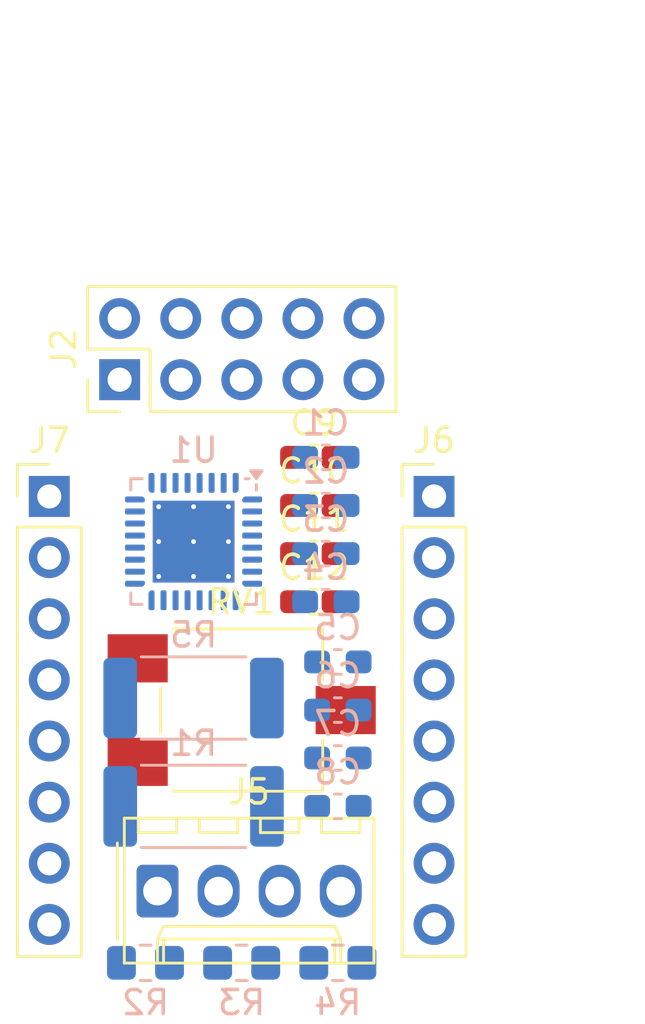
<source format=kicad_pcb>
(kicad_pcb (version 20240108) (generator "pcbnew") (generator_version "8.0")
  (title_block (title "CRUMBS - TMC2208 Breakout Board ") (date "2024-06-30") (rev "0.1") (company "AHAH_TERROR"))
  (layers (0 "F.Cu" signal) (31 "B.Cu" signal) (34 "B.Paste" user) (35 "F.Paste" user) (36 "B.SilkS" user "B.Silkscreen") (37 "F.SilkS" user "F.Silkscreen") (38 "B.Mask" user) (39 "F.Mask" user) (44 "Edge.Cuts" user))
  (net 0 "")
  (net 1 "GND")
  (net 2 "VBUS")
  (net 3 "Net-(U1-VCP)")
  (net 4 "+5V")
  (net 5 "Net-(U1-CPO)")
  (net 6 "Net-(U1-CPI)")
  (net 7 "/OA1")
  (net 8 "/OA2")
  (net 9 "/OB1")
  (net 10 "/OB2")
  (net 11 "/BRA")
  (net 12 "/BRB")
  (net 13 "/CLK")
  (net 14 "/VREF")
  (net 15 "/ENN")
  (net 16 "/UART")
  (net 17 "/MS1")
  (net 18 "/DIAG")
  (net 19 "/DIR")
  (net 20 "/STEP")
  (net 21 "/MS2")
  (net 22 "/INDEX")
  (footprint "Capacitor_SMD:C_0603_1608Metric_Pad1.08x0.95mm_HandSolder" (layer "F.Cu") (at 106.1375 60)
    (property "Reference" "C11" (at 0 -1.43 0) (layer "F.SilkS"))
    (property "Value" "100nF/25V")
    (fp_line (start -0.146267 -0.51) (end 0.146267 -0.51) (stroke (width 0.12)) (layer "F.SilkS"))
    (fp_line (start -0.146267 0.51) (end 0.146267 0.51) (stroke (width 0.12)) (layer "F.SilkS"))
    (pad "1" smd roundrect (at -0.8625 0) (size 1.075 0.95) (layers "F.Cu" "F.Paste" "F.Mask") (net 11 "/BRA"))
    (pad "2" smd roundrect (at 0.8625 0) (size 1.075 0.95) (layers "F.Cu" "F.Paste" "F.Mask") (net 1 "GND"))
  )
  (footprint "Connector_PinHeader_2.54mm:PinHeader_1x08_P2.54mm_Vertical" (layer "F.Cu") (at 111.1375 57.625)
    (property "Reference" "J6" (at 0 -2.33 0) (layer "F.SilkS"))
    (property "Value" "RIGHT")
    (fp_line (start -1.33 -1.33) (end 0 -1.33) (stroke (width 0.12)) (layer "F.SilkS"))
    (fp_line (start -1.33 0) (end -1.33 -1.33) (stroke (width 0.12)) (layer "F.SilkS"))
    (fp_line (start -1.33 1.27) (end -1.33 19.11) (stroke (width 0.12)) (layer "F.SilkS"))
    (fp_line (start -1.33 1.27) (end 1.33 1.27) (stroke (width 0.12)) (layer "F.SilkS"))
    (fp_line (start -1.33 19.11) (end 1.33 19.11) (stroke (width 0.12)) (layer "F.SilkS"))
    (fp_line (start 1.33 1.27) (end 1.33 19.11) (stroke (width 0.12)) (layer "F.SilkS"))
    (pad "1" thru_hole rect (at 0 0) (size 1.7 1.7) (drill 1) (layers "*.Cu" "*.Mask") (net 19 "/DIR"))
    (pad "2" thru_hole oval (at 0 2.54) (size 1.7 1.7) (drill 1) (layers "*.Cu" "*.Mask") (net 20 "/STEP"))
    (pad "3" thru_hole oval (at 0 5.08) (size 1.7 1.7) (drill 1) (layers "*.Cu" "*.Mask") (net 13 "/CLK"))
    (pad "4" thru_hole oval (at 0 7.62) (size 1.7 1.7) (drill 1) (layers "*.Cu" "*.Mask") (net 16 "/UART"))
    (pad "5" thru_hole oval (at 0 10.16) (size 1.7 1.7) (drill 1) (layers "*.Cu" "*.Mask") (net 17 "/MS1"))
    (pad "6" thru_hole oval (at 0 12.7) (size 1.7 1.7) (drill 1) (layers "*.Cu" "*.Mask") (net 21 "/MS2"))
    (pad "7" thru_hole oval (at 0 15.24) (size 1.7 1.7) (drill 1) (layers "*.Cu" "*.Mask") (net 18 "/DIAG"))
    (pad "8" thru_hole oval (at 0 17.78) (size 1.7 1.7) (drill 1) (layers "*.Cu" "*.Mask") (net 15 "/ENN"))
  )
  (footprint "Capacitor_SMD:C_0603_1608Metric_Pad1.08x0.95mm_HandSolder" (layer "F.Cu") (at 106.1375 56)
    (property "Reference" "C9" (at 0 -1.43 0) (layer "F.SilkS"))
    (property "Value" "470p/100V")
    (fp_line (start -0.146267 -0.51) (end 0.146267 -0.51) (stroke (width 0.12)) (layer "F.SilkS"))
    (fp_line (start -0.146267 0.51) (end 0.146267 0.51) (stroke (width 0.12)) (layer "F.SilkS"))
    (pad "1" smd roundrect (at -0.8625 0) (size 1.075 0.95) (layers "F.Cu" "F.Paste" "F.Mask") (net 9 "/OB1"))
    (pad "2" smd roundrect (at 0.8625 0) (size 1.075 0.95) (layers "F.Cu" "F.Paste" "F.Mask") (net 1 "GND"))
  )
  (footprint "Connector_Molex:Molex_KK-254_AE-6410-04A_1x04_P2.54mm_Vertical" (layer "F.Cu") (at 99.6375 74.02)
    (property "Reference" "J5" (at 3.81 -4.12 0) (layer "F.SilkS"))
    (property "Value" "MTR_OUT")
    (fp_line (start -1.67 -2) (end -1.67 2) (stroke (width 0.12)) (layer "F.SilkS"))
    (fp_line (start -1.38 -3.03) (end -1.38 2.99) (stroke (width 0.12)) (layer "F.SilkS"))
    (fp_line (start -1.38 2.99) (end 9 2.99) (stroke (width 0.12)) (layer "F.SilkS"))
    (fp_line (start -0.8 -3.03) (end -0.8 -2.43) (stroke (width 0.12)) (layer "F.SilkS"))
    (fp_line (start -0.8 -2.43) (end 0.8 -2.43) (stroke (width 0.12)) (layer "F.SilkS"))
    (fp_line (start 0 1.99) (end 0.25 1.46) (stroke (width 0.12)) (layer "F.SilkS"))
    (fp_line (start 0 1.99) (end 7.62 1.99) (stroke (width 0.12)) (layer "F.SilkS"))
    (fp_line (start 0 2.99) (end 0 1.99) (stroke (width 0.12)) (layer "F.SilkS"))
    (fp_line (start 0.25 1.46) (end 7.37 1.46) (stroke (width 0.12)) (layer "F.SilkS"))
    (fp_line (start 0.25 2.99) (end 0.25 1.99) (stroke (width 0.12)) (layer "F.SilkS"))
    (fp_line (start 0.8 -2.43) (end 0.8 -3.03) (stroke (width 0.12)) (layer "F.SilkS"))
    (fp_line (start 1.74 -3.03) (end 1.74 -2.43) (stroke (width 0.12)) (layer "F.SilkS"))
    (fp_line (start 1.74 -2.43) (end 3.34 -2.43) (stroke (width 0.12)) (layer "F.SilkS"))
    (fp_line (start 3.34 -2.43) (end 3.34 -3.03) (stroke (width 0.12)) (layer "F.SilkS"))
    (fp_line (start 4.28 -3.03) (end 4.28 -2.43) (stroke (width 0.12)) (layer "F.SilkS"))
    (fp_line (start 4.28 -2.43) (end 5.88 -2.43) (stroke (width 0.12)) (layer "F.SilkS"))
    (fp_line (start 5.88 -2.43) (end 5.88 -3.03) (stroke (width 0.12)) (layer "F.SilkS"))
    (fp_line (start 6.82 -3.03) (end 6.82 -2.43) (stroke (width 0.12)) (layer "F.SilkS"))
    (fp_line (start 6.82 -2.43) (end 8.42 -2.43) (stroke (width 0.12)) (layer "F.SilkS"))
    (fp_line (start 7.37 1.46) (end 7.62 1.99) (stroke (width 0.12)) (layer "F.SilkS"))
    (fp_line (start 7.37 2.99) (end 7.37 1.99) (stroke (width 0.12)) (layer "F.SilkS"))
    (fp_line (start 7.62 1.99) (end 7.62 2.99) (stroke (width 0.12)) (layer "F.SilkS"))
    (fp_line (start 8.42 -2.43) (end 8.42 -3.03) (stroke (width 0.12)) (layer "F.SilkS"))
    (fp_line (start 9 -3.03) (end -1.38 -3.03) (stroke (width 0.12)) (layer "F.SilkS"))
    (fp_line (start 9 2.99) (end 9 -3.03) (stroke (width 0.12)) (layer "F.SilkS"))
    (pad "1" thru_hole roundrect (at 0 0) (size 1.74 2.19) (drill 1.19) (layers "*.Cu" "*.Mask") (roundrect_rratio 0.143678) (net 10 "/OB2"))
    (pad "2" thru_hole oval (at 2.54 0) (size 1.74 2.19) (drill 1.19) (layers "*.Cu" "*.Mask") (net 9 "/OB1"))
    (pad "3" thru_hole oval (at 5.08 0) (size 1.74 2.19) (drill 1.19) (layers "*.Cu" "*.Mask") (net 8 "/OA2"))
    (pad "4" thru_hole oval (at 7.62 0) (size 1.74 2.19) (drill 1.19) (layers "*.Cu" "*.Mask") (net 7 "/OA1"))
  )
  (footprint "Connector_PinHeader_2.54mm:PinHeader_2x05_P2.54mm_Vertical" (layer "F.Cu") (at 98.0625 52.775 90)
    (property "Reference" "J2" (at 1.27 -2.33 270) (layer "F.SilkS"))
    (property "Value" "ENN/CLK/VREF/BRA/BRB")
    (fp_line (start 3.87 -1.33) (end 3.87 11.49) (stroke (width 0.12)) (layer "F.SilkS"))
    (fp_line (start 1.27 -1.33) (end 3.87 -1.33) (stroke (width 0.12)) (layer "F.SilkS"))
    (fp_line (start -1.33 -1.33) (end 0 -1.33) (stroke (width 0.12)) (layer "F.SilkS"))
    (fp_line (start -1.33 0) (end -1.33 -1.33) (stroke (width 0.12)) (layer "F.SilkS"))
    (fp_line (start 1.27 1.27) (end 1.27 -1.33) (stroke (width 0.12)) (layer "F.SilkS"))
    (fp_line (start -1.33 1.27) (end 1.27 1.27) (stroke (width 0.12)) (layer "F.SilkS"))
    (fp_line (start -1.33 1.27) (end -1.33 11.49) (stroke (width 0.12)) (layer "F.SilkS"))
    (fp_line (start -1.33 11.49) (end 3.87 11.49) (stroke (width 0.12)) (layer "F.SilkS"))
    (pad "1" thru_hole rect (at 0 0 90) (size 1.7 1.7) (drill 1) (layers "*.Cu" "*.Mask") (net 4 "+5V"))
    (pad "2" thru_hole oval (at 2.54 0 90) (size 1.7 1.7) (drill 1) (layers "*.Cu" "*.Mask") (net 15 "/ENN"))
    (pad "3" thru_hole oval (at 0 2.54 90) (size 1.7 1.7) (drill 1) (layers "*.Cu" "*.Mask") (net 1 "GND"))
    (pad "4" thru_hole oval (at 2.54 2.54 90) (size 1.7 1.7) (drill 1) (layers "*.Cu" "*.Mask") (net 13 "/CLK"))
    (pad "5" thru_hole oval (at 0 5.08 90) (size 1.7 1.7) (drill 1) (layers "*.Cu" "*.Mask") (net 1 "GND"))
    (pad "6" thru_hole oval (at 2.54 5.08 90) (size 1.7 1.7) (drill 1) (layers "*.Cu" "*.Mask") (net 14 "/VREF"))
    (pad "7" thru_hole oval (at 0 7.62 90) (size 1.7 1.7) (drill 1) (layers "*.Cu" "*.Mask") (net 1 "GND"))
    (pad "8" thru_hole oval (at 2.54 7.62 90) (size 1.7 1.7) (drill 1) (layers "*.Cu" "*.Mask") (net 11 "/BRA"))
    (pad "9" thru_hole oval (at 0 10.16 90) (size 1.7 1.7) (drill 1) (layers "*.Cu" "*.Mask") (net 1 "GND"))
    (pad "10" thru_hole oval (at 2.54 10.16 90) (size 1.7 1.7) (drill 1) (layers "*.Cu" "*.Mask") (net 12 "/BRB"))
  )
  (footprint "Potentiometer_SMD:Potentiometer_ACP_CA6-VSMD_Vertical" (layer "F.Cu") (at 103.1375 66.5)
    (property "Reference" "RV1" (at 0 -4.5 0) (layer "F.SilkS"))
    (property "Value" "20k")
    (fp_line (start -3.37 -0.909) (end -3.37 0.91) (stroke (width 0.12)) (layer "F.SilkS"))
    (fp_line (start -2.834 -3.371) (end 3.37 -3.371) (stroke (width 0.12)) (layer "F.SilkS"))
    (fp_line (start -2.834 3.37) (end 3.37 3.37) (stroke (width 0.12)) (layer "F.SilkS"))
    (fp_line (start 3.37 -3.371) (end 3.37 -1.24) (stroke (width 0.12)) (layer "F.SilkS"))
    (fp_line (start 3.37 1.24) (end 3.37 3.37) (stroke (width 0.12)) (layer "F.SilkS"))
    (pad "1" smd rect (at -4.325 2.15) (size 2.5 2) (layers "F.Cu" "F.Paste" "F.Mask") (net 1 "GND"))
    (pad "2" smd rect (at 4.325 0) (size 2.5 2) (layers "F.Cu" "F.Paste" "F.Mask") (net 1 "GND"))
    (pad "3" smd rect (at -4.325 -2.15) (size 2.5 2) (layers "F.Cu" "F.Paste" "F.Mask") (net 14 "/VREF"))
  )
  (footprint "Connector_PinHeader_2.54mm:PinHeader_1x08_P2.54mm_Vertical" (layer "F.Cu") (at 95.1375 57.625)
    (property "Reference" "J7" (at 0 -2.33 0) (layer "F.SilkS"))
    (property "Value" "LEFT")
    (fp_line (start -1.33 -1.33) (end 0 -1.33) (stroke (width 0.12)) (layer "F.SilkS"))
    (fp_line (start -1.33 0) (end -1.33 -1.33) (stroke (width 0.12)) (layer "F.SilkS"))
    (fp_line (start -1.33 1.27) (end -1.33 19.11) (stroke (width 0.12)) (layer "F.SilkS"))
    (fp_line (start -1.33 1.27) (end 1.33 1.27) (stroke (width 0.12)) (layer "F.SilkS"))
    (fp_line (start -1.33 19.11) (end 1.33 19.11) (stroke (width 0.12)) (layer "F.SilkS"))
    (fp_line (start 1.33 1.27) (end 1.33 19.11) (stroke (width 0.12)) (layer "F.SilkS"))
    (pad "1" thru_hole rect (at 0 0) (size 1.7 1.7) (drill 1) (layers "*.Cu" "*.Mask") (net 1 "GND"))
    (pad "2" thru_hole oval (at 0 2.54) (size 1.7 1.7) (drill 1) (layers "*.Cu" "*.Mask") (net 4 "+5V"))
    (pad "3" thru_hole oval (at 0 5.08) (size 1.7 1.7) (drill 1) (layers "*.Cu" "*.Mask") (net 7 "/OA1"))
    (pad "4" thru_hole oval (at 0 7.62) (size 1.7 1.7) (drill 1) (layers "*.Cu" "*.Mask") (net 8 "/OA2"))
    (pad "5" thru_hole oval (at 0 10.16) (size 1.7 1.7) (drill 1) (layers "*.Cu" "*.Mask") (net 9 "/OB1"))
    (pad "6" thru_hole oval (at 0 12.7) (size 1.7 1.7) (drill 1) (layers "*.Cu" "*.Mask") (net 10 "/OB2"))
    (pad "7" thru_hole oval (at 0 15.24) (size 1.7 1.7) (drill 1) (layers "*.Cu" "*.Mask") (net 22 "/INDEX"))
    (pad "8" thru_hole oval (at 0 17.78) (size 1.7 1.7) (drill 1) (layers "*.Cu" "*.Mask") (net 2 "VBUS"))
  )
  (footprint "Capacitor_SMD:C_0603_1608Metric_Pad1.08x0.95mm_HandSolder" (layer "F.Cu") (at 106.1375 62)
    (property "Reference" "C12" (at 0 -1.43 0) (layer "F.SilkS"))
    (property "Value" "100nF/25V")
    (fp_line (start -0.146267 -0.51) (end 0.146267 -0.51) (stroke (width 0.12)) (layer "F.SilkS"))
    (fp_line (start -0.146267 0.51) (end 0.146267 0.51) (stroke (width 0.12)) (layer "F.SilkS"))
    (pad "1" smd roundrect (at -0.8625 0) (size 1.075 0.95) (layers "F.Cu" "F.Paste" "F.Mask") (net 12 "/BRB"))
    (pad "2" smd roundrect (at 0.8625 0) (size 1.075 0.95) (layers "F.Cu" "F.Paste" "F.Mask") (net 1 "GND"))
  )
  (footprint "Capacitor_SMD:C_0603_1608Metric_Pad1.08x0.95mm_HandSolder" (layer "F.Cu") (at 106.1375 58)
    (property "Reference" "C10" (at 0 -1.43 0) (layer "F.SilkS"))
    (property "Value" "470p/100V")
    (fp_line (start -0.146267 -0.51) (end 0.146267 -0.51) (stroke (width 0.12)) (layer "F.SilkS"))
    (fp_line (start -0.146267 0.51) (end 0.146267 0.51) (stroke (width 0.12)) (layer "F.SilkS"))
    (pad "1" smd roundrect (at -0.8625 0) (size 1.075 0.95) (layers "F.Cu" "F.Paste" "F.Mask") (net 10 "/OB2"))
    (pad "2" smd roundrect (at 0.8625 0) (size 1.075 0.95) (layers "F.Cu" "F.Paste" "F.Mask") (net 1 "GND"))
  )
  (footprint "Capacitor_SMD:C_0603_1608Metric_Pad1.08x0.95mm_HandSolder" (layer "B.Cu") (at 107.1375 70.5 180)
    (property "Reference" "C8" (at 0 1.43 180) (layer "B.SilkS") (effects (justify mirror)))
    (property "Value" "470p/100V")
    (fp_line (start 0.146267 0.51) (end -0.146267 0.51) (stroke (width 0.12)) (layer "B.SilkS"))
    (fp_line (start 0.146267 -0.51) (end -0.146267 -0.51) (stroke (width 0.12)) (layer "B.SilkS"))
    (pad "1" smd roundrect (at -0.8625 0 180) (size 1.075 0.95) (layers "B.Cu" "B.Paste" "B.Mask") (net 8 "/OA2"))
    (pad "2" smd roundrect (at 0.8625 0 180) (size 1.075 0.95) (layers "B.Cu" "B.Paste" "B.Mask") (net 1 "GND"))
  )
  (footprint "Capacitor_SMD:C_0603_1608Metric_Pad1.08x0.95mm_HandSolder" (layer "B.Cu") (at 106.6375 62 180)
    (property "Reference" "C4" (at 0 1.43 180) (layer "B.SilkS") (effects (justify mirror)))
    (property "Value" "100nF/25V")
    (fp_line (start 0.146267 0.51) (end -0.146267 0.51) (stroke (width 0.12)) (layer "B.SilkS"))
    (fp_line (start 0.146267 -0.51) (end -0.146267 -0.51) (stroke (width 0.12)) (layer "B.SilkS"))
    (pad "1" smd roundrect (at -0.8625 0 180) (size 1.075 0.95) (layers "B.Cu" "B.Paste" "B.Mask") (net 2 "VBUS"))
    (pad "2" smd roundrect (at 0.8625 0 180) (size 1.075 0.95) (layers "B.Cu" "B.Paste" "B.Mask") (net 3 "Net-(U1-VCP)"))
  )
  (footprint "Capacitor_SMD:C_0603_1608Metric_Pad1.08x0.95mm_HandSolder" (layer "B.Cu") (at 107.1375 66.5 180)
    (property "Reference" "C6" (at 0 1.43 180) (layer "B.SilkS") (effects (justify mirror)))
    (property "Value" "22nF/50V")
    (fp_line (start 0.146267 0.51) (end -0.146267 0.51) (stroke (width 0.12)) (layer "B.SilkS"))
    (fp_line (start 0.146267 -0.51) (end -0.146267 -0.51) (stroke (width 0.12)) (layer "B.SilkS"))
    (pad "1" smd roundrect (at -0.8625 0 180) (size 1.075 0.95) (layers "B.Cu" "B.Paste" "B.Mask") (net 5 "Net-(U1-CPO)"))
    (pad "2" smd roundrect (at 0.8625 0 180) (size 1.075 0.95) (layers "B.Cu" "B.Paste" "B.Mask") (net 6 "Net-(U1-CPI)"))
  )
  (footprint "Capacitor_SMD:C_0603_1608Metric_Pad1.08x0.95mm_HandSolder" (layer "B.Cu") (at 106.6375 60 180)
    (property "Reference" "C3" (at 0 1.43 180) (layer "B.SilkS") (effects (justify mirror)))
    (property "Value" "100nF/25V")
    (fp_line (start 0.146267 0.51) (end -0.146267 0.51) (stroke (width 0.12)) (layer "B.SilkS"))
    (fp_line (start 0.146267 -0.51) (end -0.146267 -0.51) (stroke (width 0.12)) (layer "B.SilkS"))
    (pad "1" smd roundrect (at -0.8625 0 180) (size 1.075 0.95) (layers "B.Cu" "B.Paste" "B.Mask") (net 2 "VBUS"))
    (pad "2" smd roundrect (at 0.8625 0 180) (size 1.075 0.95) (layers "B.Cu" "B.Paste" "B.Mask") (net 1 "GND"))
  )
  (footprint "Resistor_SMD:R_0805_2012Metric_Pad1.20x1.40mm_HandSolder" (layer "B.Cu") (at 107.1375 77)
    (property "Reference" "R4" (at 0 1.65 360) (layer "B.SilkS") (effects (justify mirror)))
    (property "Value" "20k")
    (fp_line (start 0.227064 -0.735) (end -0.227064 -0.735) (stroke (width 0.12)) (layer "B.SilkS"))
    (fp_line (start 0.227064 0.735) (end -0.227064 0.735) (stroke (width 0.12)) (layer "B.SilkS"))
    (pad "1" smd roundrect (at -1 0) (size 1.2 1.4) (layers "B.Cu" "B.Paste" "B.Mask") (roundrect_rratio 0.208333) (net 4 "+5V"))
    (pad "2" smd roundrect (at 1 0) (size 1.2 1.4) (layers "B.Cu" "B.Paste" "B.Mask") (roundrect_rratio 0.208333) (net 14 "/VREF"))
  )
  (footprint "Resistor_SMD:R_0805_2012Metric_Pad1.20x1.40mm_HandSolder" (layer "B.Cu") (at 103.1375 77)
    (property "Reference" "R3" (at 0 1.65 360) (layer "B.SilkS") (effects (justify mirror)))
    (property "Value" "22k")
    (fp_line (start 0.227064 -0.735) (end -0.227064 -0.735) (stroke (width 0.12)) (layer "B.SilkS"))
    (fp_line (start 0.227064 0.735) (end -0.227064 0.735) (stroke (width 0.12)) (layer "B.SilkS"))
    (pad "1" smd roundrect (at -1 0) (size 1.2 1.4) (layers "B.Cu" "B.Paste" "B.Mask") (roundrect_rratio 0.208333) (net 16 "/UART"))
    (pad "2" smd roundrect (at 1 0) (size 1.2 1.4) (layers "B.Cu" "B.Paste" "B.Mask") (roundrect_rratio 0.208333) (net 4 "+5V"))
  )
  (footprint "Resistor_SMD:R_2512_6332Metric_Pad1.40x3.35mm_HandSolder" (layer "B.Cu") (at 101.1375 66 180)
    (property "Reference" "R5" (at 0 2.62 180) (layer "B.SilkS") (effects (justify mirror)))
    (property "Value" "150m/1W")
    (fp_line (start 2.177064 1.71) (end -2.177064 1.71) (stroke (width 0.12)) (layer "B.SilkS"))
    (fp_line (start 2.177064 -1.71) (end -2.177064 -1.71) (stroke (width 0.12)) (layer "B.SilkS"))
    (pad "1" smd roundrect (at -3.05 0 180) (size 1.4 3.35) (layers "B.Cu" "B.Paste" "B.Mask") (roundrect_rratio 0.178571) (net 12 "/BRB"))
    (pad "2" smd roundrect (at 3.05 0 180) (size 1.4 3.35) (layers "B.Cu" "B.Paste" "B.Mask") (roundrect_rratio 0.178571) (net 1 "GND"))
  )
  (footprint "Resistor_SMD:R_0805_2012Metric_Pad1.20x1.40mm_HandSolder" (layer "B.Cu") (at 99.1375 77)
    (property "Reference" "R2" (at 0 1.65 360) (layer "B.SilkS") (effects (justify mirror)))
    (property "Value" "10k")
    (fp_line (start 0.227064 -0.735) (end -0.227064 -0.735) (stroke (width 0.12)) (layer "B.SilkS"))
    (fp_line (start 0.227064 0.735) (end -0.227064 0.735) (stroke (width 0.12)) (layer "B.SilkS"))
    (pad "1" smd roundrect (at -1 0) (size 1.2 1.4) (layers "B.Cu" "B.Paste" "B.Mask") (roundrect_rratio 0.208333) (net 4 "+5V"))
    (pad "2" smd roundrect (at 1 0) (size 1.2 1.4) (layers "B.Cu" "B.Paste" "B.Mask") (roundrect_rratio 0.208333) (net 15 "/ENN"))
  )
  (footprint "Capacitor_SMD:C_0603_1608Metric_Pad1.08x0.95mm_HandSolder" (layer "B.Cu") (at 106.6375 58 180)
    (property "Reference" "C2" (at 0 1.43 180) (layer "B.SilkS") (effects (justify mirror)))
    (property "Value" "100uF/25V")
    (fp_line (start 0.146267 0.51) (end -0.146267 0.51) (stroke (width 0.12)) (layer "B.SilkS"))
    (fp_line (start 0.146267 -0.51) (end -0.146267 -0.51) (stroke (width 0.12)) (layer "B.SilkS"))
    (pad "1" smd roundrect (at -0.8625 0 180) (size 1.075 0.95) (layers "B.Cu" "B.Paste" "B.Mask") (net 2 "VBUS"))
    (pad "2" smd roundrect (at 0.8625 0 180) (size 1.075 0.95) (layers "B.Cu" "B.Paste" "B.Mask") (net 1 "GND"))
  )
  (footprint "Package_DFN_QFN:TQFN-32-1EP_5x5mm_P0.5mm_EP3.4x3.4mm_ThermalVias" (layer "B.Cu") (at 101.1375 59.5 180)
    (property "Reference" "U1" (at 0 3.8 180) (layer "B.SilkS") (effects (justify mirror)))
    (property "Value" "TMC2208-LA")
    (fp_line (start 2.61 2.61) (end 2.135 2.61) (stroke (width 0.12)) (layer "B.SilkS"))
    (fp_line (start 2.61 2.135) (end 2.61 2.61) (stroke (width 0.12)) (layer "B.SilkS"))
    (fp_line (start 2.61 -2.135) (end 2.61 -2.61) (stroke (width 0.12)) (layer "B.SilkS"))
    (fp_line (start 2.61 -2.61) (end 2.135 -2.61) (stroke (width 0.12)) (layer "B.SilkS"))
    (fp_line (start -2.31 2.61) (end -2.135 2.61) (stroke (width 0.12)) (layer "B.SilkS"))
    (fp_line (start -2.61 2.37) (end -2.61 2.135) (stroke (width 0.12)) (layer "B.SilkS"))
    (fp_line (start -2.61 -2.135) (end -2.61 -2.61) (stroke (width 0.12)) (layer "B.SilkS"))
    (fp_line (start -2.61 -2.61) (end -2.135 -2.61) (stroke (width 0.12)) (layer "B.SilkS"))
    (fp_poly (pts (xy -2.61 2.61) (xy -2.85 2.94) (xy -2.37 2.94) (xy -2.61 2.61)) (stroke (width 0.12)) (fill solid) (layer "B.SilkS"))
    (pad "1" smd custom (at -2.4375 1.75 180) (size 0.18636 0.18636) (layers "B.Cu" "B.Paste" "B.Mask") (net 10 "/OB2") (options (clearance outline) (anchor circle)) (primitives (gr_poly (pts (xy -0.35 0.0625) (xy 0.296612 0.0625) (xy 0.35 0.009112) (xy 0.35 -0.0625) (xy -0.35 -0.0625)) (width 0.125) (fill yes))))
    (pad "2" smd roundrect (at -2.4375 1.25 180) (size 0.825 0.25) (layers "B.Cu" "B.Paste" "B.Mask") (net 15 "/ENN"))
    (pad "3" smd roundrect (at -2.4375 0.75 180) (size 0.825 0.25) (layers "B.Cu" "B.Paste" "B.Mask") (net 1 "GND"))
    (pad "4" smd roundrect (at -2.4375 0.25 180) (size 0.825 0.25) (layers "B.Cu" "B.Paste" "B.Mask") (net 5 "Net-(U1-CPO)"))
    (pad "5" smd roundrect (at -2.4375 -0.25 180) (size 0.825 0.25) (layers "B.Cu" "B.Paste" "B.Mask") (net 6 "Net-(U1-CPI)"))
    (pad "6" smd roundrect (at -2.4375 -0.75 180) (size 0.825 0.25) (layers "B.Cu" "B.Paste" "B.Mask") (net 3 "Net-(U1-VCP)"))
    (pad "7" smd roundrect (at -2.4375 -1.25 180) (size 0.825 0.25) (layers "B.Cu" "B.Paste" "B.Mask"))
    (pad "8" smd custom (at -2.4375 -1.75 180) (size 0.18636 0.18636) (layers "B.Cu" "B.Paste" "B.Mask") (net 4 "+5V") (options (clearance outline) (anchor circle)) (primitives (gr_poly (pts (xy -0.35 0.0625) (xy 0.35 0.0625) (xy 0.35 -0.009112) (xy 0.296612 -0.0625) (xy -0.35 -0.0625)) (width 0.125) (fill yes))))
    (pad "9" smd custom (at -1.75 -2.4375 180) (size 0.18636 0.18636) (layers "B.Cu" "B.Paste" "B.Mask") (net 17 "/MS1") (options (clearance outline) (anchor circle)) (primitives (gr_poly (pts (xy -0.0625 0.296612) (xy -0.009112 0.35) (xy 0.0625 0.35) (xy 0.0625 -0.35) (xy -0.0625 -0.35)) (width 0.125) (fill yes))))
    (pad "10" smd roundrect (at -1.25 -2.4375 180) (size 0.25 0.825) (layers "B.Cu" "B.Paste" "B.Mask") (net 21 "/MS2"))
    (pad "11" smd roundrect (at -0.75 -2.4375 180) (size 0.25 0.825) (layers "B.Cu" "B.Paste" "B.Mask") (net 18 "/DIAG"))
    (pad "12" smd roundrect (at -0.25 -2.4375 180) (size 0.25 0.825) (layers "B.Cu" "B.Paste" "B.Mask") (net 22 "/INDEX"))
    (pad "13" smd roundrect (at 0.25 -2.4375 180) (size 0.25 0.825) (layers "B.Cu" "B.Paste" "B.Mask") (net 13 "/CLK"))
    (pad "14" smd roundrect (at 0.75 -2.4375 180) (size 0.25 0.825) (layers "B.Cu" "B.Paste" "B.Mask") (net 16 "/UART"))
    (pad "15" smd roundrect (at 1.25 -2.4375 180) (size 0.25 0.825) (layers "B.Cu" "B.Paste" "B.Mask") (net 4 "+5V"))
    (pad "16" smd custom (at 1.75 -2.4375 180) (size 0.18636 0.18636) (layers "B.Cu" "B.Paste" "B.Mask") (net 20 "/STEP") (options (clearance outline) (anchor circle)) (primitives (gr_poly (pts (xy -0.0625 0.35) (xy 0.009112 0.35) (xy 0.0625 0.296612) (xy 0.0625 -0.35) (xy -0.0625 -0.35)) (width 0.125) (fill yes))))
    (pad "17" smd custom (at 2.4375 -1.75 180) (size 0.18636 0.18636) (layers "B.Cu" "B.Paste" "B.Mask") (net 14 "/VREF") (options (clearance outline) (anchor circle)) (primitives (gr_poly (pts (xy -0.35 0.0625) (xy 0.35 0.0625) (xy 0.35 -0.0625) (xy -0.296612 -0.0625) (xy -0.35 -0.009112)) (width 0.125) (fill yes))))
    (pad "18" smd roundrect (at 2.4375 -1.25 180) (size 0.825 0.25) (layers "B.Cu" "B.Paste" "B.Mask") (net 1 "GND"))
    (pad "19" smd roundrect (at 2.4375 -0.75 180) (size 0.825 0.25) (layers "B.Cu" "B.Paste" "B.Mask") (net 19 "/DIR"))
    (pad "20" smd roundrect (at 2.4375 -0.25 180) (size 0.825 0.25) (layers "B.Cu" "B.Paste" "B.Mask"))
    (pad "21" smd roundrect (at 2.4375 0.25 180) (size 0.825 0.25) (layers "B.Cu" "B.Paste" "B.Mask") (net 8 "/OA2"))
    (pad "22" smd roundrect (at 2.4375 0.75 180) (size 0.825 0.25) (layers "B.Cu" "B.Paste" "B.Mask") (net 2 "VBUS"))
    (pad "23" smd roundrect (at 2.4375 1.25 180) (size 0.825 0.25) (layers "B.Cu" "B.Paste" "B.Mask") (net 11 "/BRA"))
    (pad "24" smd custom (at 2.4375 1.75 180) (size 0.18636 0.18636) (layers "B.Cu" "B.Paste" "B.Mask") (net 7 "/OA1") (options (clearance outline) (anchor circle)) (primitives (gr_poly (pts (xy -0.35 0.009112) (xy -0.296612 0.0625) (xy 0.35 0.0625) (xy 0.35 -0.0625) (xy -0.35 -0.0625)) (width 0.125) (fill yes))))
    (pad "25" smd custom (at 1.75 2.4375 180) (size 0.18636 0.18636) (layers "B.Cu" "B.Paste" "B.Mask") (options (clearance outline) (anchor circle)) (primitives (gr_poly (pts (xy -0.0625 0.35) (xy 0.0625 0.35) (xy 0.0625 -0.296612) (xy 0.009112 -0.35) (xy -0.0625 -0.35)) (width 0.125) (fill yes))))
    (pad "26" smd roundrect (at 1.25 2.4375 180) (size 0.25 0.825) (layers "B.Cu" "B.Paste" "B.Mask") (net 9 "/OB1"))
    (pad "27" smd roundrect (at 0.75 2.4375 180) (size 0.25 0.825) (layers "B.Cu" "B.Paste" "B.Mask") (net 12 "/BRB"))
    (pad "28" smd roundrect (at 0.25 2.4375 180) (size 0.25 0.825) (layers "B.Cu" "B.Paste" "B.Mask") (net 2 "VBUS"))
    (pad "29" smd roundrect (at -0.25 2.4375 180) (size 0.25 0.825) (layers "B.Cu" "B.Paste" "B.Mask"))
    (pad "30" smd roundrect (at -0.75 2.4375 180) (size 0.25 0.825) (layers "B.Cu" "B.Paste" "B.Mask"))
    (pad "31" smd roundrect (at -1.25 2.4375 180) (size 0.25 0.825) (layers "B.Cu" "B.Paste" "B.Mask"))
    (pad "32" smd custom (at -1.75 2.4375 180) (size 0.18636 0.18636) (layers "B.Cu" "B.Paste" "B.Mask") (options (clearance outline) (anchor circle)) (primitives (gr_poly (pts (xy -0.0625 0.35) (xy 0.0625 0.35) (xy 0.0625 -0.35) (xy -0.009112 -0.35) (xy -0.0625 -0.296612)) (width 0.125) (fill yes))))
    (pad "33" thru_hole circle (at -1.45 -1.45 180) (size 0.5 0.5) (drill 0.2) (property pad_prop_heatsink) (layers "*.Cu"))
    (pad "33" thru_hole circle (at -1.45 0 180) (size 0.5 0.5) (drill 0.2) (property pad_prop_heatsink) (layers "*.Cu"))
    (pad "33" thru_hole circle (at -1.45 1.45 180) (size 0.5 0.5) (drill 0.2) (property pad_prop_heatsink) (layers "*.Cu"))
    (pad "33" thru_hole circle (at 0 -1.45 180) (size 0.5 0.5) (drill 0.2) (property pad_prop_heatsink) (layers "*.Cu"))
    (pad "33" thru_hole circle (at 0 0 180) (size 0.5 0.5) (drill 0.2) (property pad_prop_heatsink) (layers "*.Cu"))
    (pad "33" smd rect (at 0 0 180) (size 3.4 3.4) (property pad_prop_heatsink) (layers "F.Cu"))
    (pad "33" smd rect (at 0 0 180) (size 3.4 3.4) (property pad_prop_heatsink) (layers "B.Cu" "B.Mask"))
    (pad "33" thru_hole circle (at 0 1.45 180) (size 0.5 0.5) (drill 0.2) (property pad_prop_heatsink) (layers "*.Cu"))
    (pad "33" thru_hole circle (at 1.45 -1.45 180) (size 0.5 0.5) (drill 0.2) (property pad_prop_heatsink) (layers "*.Cu"))
    (pad "33" thru_hole circle (at 1.45 0 180) (size 0.5 0.5) (drill 0.2) (property pad_prop_heatsink) (layers "*.Cu"))
    (pad "33" thru_hole circle (at 1.45 1.45 180) (size 0.5 0.5) (drill 0.2) (property pad_prop_heatsink) (layers "*.Cu"))
  )
  (footprint "Capacitor_SMD:C_0603_1608Metric_Pad1.08x0.95mm_HandSolder" (layer "B.Cu") (at 107.1375 64.5 180)
    (property "Reference" "C5" (at 0 1.43 180) (layer "B.SilkS") (effects (justify mirror)))
    (property "Value" "4.7uF/10V")
    (fp_line (start 0.146267 0.51) (end -0.146267 0.51) (stroke (width 0.12)) (layer "B.SilkS"))
    (fp_line (start 0.146267 -0.51) (end -0.146267 -0.51) (stroke (width 0.12)) (layer "B.SilkS"))
    (pad "1" smd roundrect (at -0.8625 0 180) (size 1.075 0.95) (layers "B.Cu" "B.Paste" "B.Mask") (net 4 "+5V"))
    (pad "2" smd roundrect (at 0.8625 0 180) (size 1.075 0.95) (layers "B.Cu" "B.Paste" "B.Mask") (net 1 "GND"))
  )
  (footprint "Capacitor_SMD:C_0603_1608Metric_Pad1.08x0.95mm_HandSolder" (layer "B.Cu") (at 106.6375 56 180)
    (property "Reference" "C1" (at 0 1.43 180) (layer "B.SilkS") (effects (justify mirror)))
    (property "Value" "100nF/25V")
    (fp_line (start 0.146267 0.51) (end -0.146267 0.51) (stroke (width 0.12)) (layer "B.SilkS"))
    (fp_line (start 0.146267 -0.51) (end -0.146267 -0.51) (stroke (width 0.12)) (layer "B.SilkS"))
    (pad "1" smd roundrect (at -0.8625 0 180) (size 1.075 0.95) (layers "B.Cu" "B.Paste" "B.Mask") (net 2 "VBUS"))
    (pad "2" smd roundrect (at 0.8625 0 180) (size 1.075 0.95) (layers "B.Cu" "B.Paste" "B.Mask") (net 1 "GND"))
  )
  (footprint "Resistor_SMD:R_2512_6332Metric_Pad1.40x3.35mm_HandSolder" (layer "B.Cu") (at 101.1375 70.5 180)
    (property "Reference" "R1" (at 0 2.62 180) (layer "B.SilkS") (effects (justify mirror)))
    (property "Value" "150m/1W")
    (fp_line (start 2.177064 1.71) (end -2.177064 1.71) (stroke (width 0.12)) (layer "B.SilkS"))
    (fp_line (start 2.177064 -1.71) (end -2.177064 -1.71) (stroke (width 0.12)) (layer "B.SilkS"))
    (pad "1" smd roundrect (at -3.05 0 180) (size 1.4 3.35) (layers "B.Cu" "B.Paste" "B.Mask") (roundrect_rratio 0.178571) (net 11 "/BRA"))
    (pad "2" smd roundrect (at 3.05 0 180) (size 1.4 3.35) (layers "B.Cu" "B.Paste" "B.Mask") (roundrect_rratio 0.178571) (net 1 "GND"))
  )
  (footprint "Capacitor_SMD:C_0603_1608Metric_Pad1.08x0.95mm_HandSolder" (layer "B.Cu") (at 107.1375 68.49 180)
    (property "Reference" "C7" (at 0 1.43 180) (layer "B.SilkS") (effects (justify mirror)))
    (property "Value" "470p/100V")
    (fp_line (start 0.146267 0.51) (end -0.146267 0.51) (stroke (width 0.12)) (layer "B.SilkS"))
    (fp_line (start 0.146267 -0.51) (end -0.146267 -0.51) (stroke (width 0.12)) (layer "B.SilkS"))
    (pad "1" smd roundrect (at -0.8625 0 180) (size 1.075 0.95) (layers "B.Cu" "B.Paste" "B.Mask") (net 7 "/OA1"))
    (pad "2" smd roundrect (at 0.8625 0 180) (size 1.075 0.95) (layers "B.Cu" "B.Paste" "B.Mask") (net 1 "GND"))
  )
)
</source>
